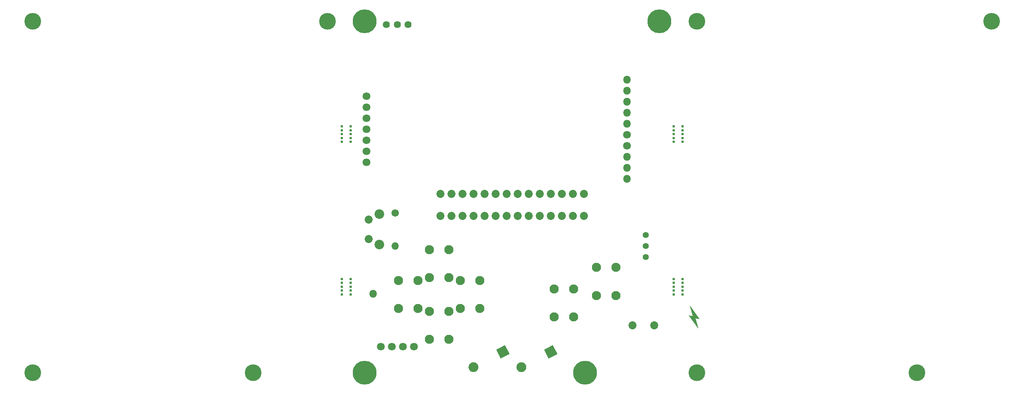
<source format=gbr>
G04 #@! TF.GenerationSoftware,KiCad,Pcbnew,(5.1.9-0-10_14)*
G04 #@! TF.CreationDate,2021-11-21T11:40:05-08:00*
G04 #@! TF.ProjectId,system,73797374-656d-42e6-9b69-6361645f7063,1.0-dev7*
G04 #@! TF.SameCoordinates,Original*
G04 #@! TF.FileFunction,Soldermask,Bot*
G04 #@! TF.FilePolarity,Negative*
%FSLAX46Y46*%
G04 Gerber Fmt 4.6, Leading zero omitted, Abs format (unit mm)*
G04 Created by KiCad (PCBNEW (5.1.9-0-10_14)) date 2021-11-21 11:40:05*
%MOMM*%
%LPD*%
G01*
G04 APERTURE LIST*
%ADD10C,0.100000*%
%ADD11C,0.609600*%
%ADD12O,1.801600X1.801600*%
%ADD13C,1.801600*%
%ADD14C,1.851600*%
%ADD15C,2.101600*%
%ADD16C,3.851600*%
%ADD17C,1.401600*%
%ADD18C,5.501599*%
%ADD19C,5.501600*%
%ADD20C,1.701600*%
%ADD21O,1.701600X1.701600*%
%ADD22C,1.625600*%
%ADD23C,2.201600*%
G04 APERTURE END LIST*
D10*
G36*
X182753000Y-138684000D02*
G01*
X181356000Y-138430000D01*
X180594000Y-135763000D01*
X182753000Y-138684000D01*
G37*
X182753000Y-138684000D02*
X181356000Y-138430000D01*
X180594000Y-135763000D01*
X182753000Y-138684000D01*
G36*
X181737000Y-138176000D02*
G01*
X182499000Y-140843000D01*
X180340000Y-137922000D01*
X181737000Y-138176000D01*
G37*
X181737000Y-138176000D02*
X182499000Y-140843000D01*
X180340000Y-137922000D01*
X181737000Y-138176000D01*
G36*
X182753000Y-138684000D02*
G01*
X181356000Y-138430000D01*
X180594000Y-135763000D01*
X182753000Y-138684000D01*
G37*
X182753000Y-138684000D02*
X181356000Y-138430000D01*
X180594000Y-135763000D01*
X182753000Y-138684000D01*
G36*
X181737000Y-138176000D02*
G01*
X182499000Y-140843000D01*
X180340000Y-137922000D01*
X181737000Y-138176000D01*
G37*
X181737000Y-138176000D02*
X182499000Y-140843000D01*
X180340000Y-137922000D01*
X181737000Y-138176000D01*
D11*
X176879000Y-132207000D03*
X178911000Y-132207000D03*
X176879000Y-130429000D03*
X178911000Y-130429000D03*
X176879000Y-133096000D03*
X176879000Y-131318000D03*
X176879000Y-129540000D03*
X178911000Y-133096000D03*
X178911000Y-129540000D03*
X178911000Y-131318000D03*
X176879000Y-97028000D03*
X178911000Y-97028000D03*
X176879000Y-95250000D03*
X178911000Y-95250000D03*
X176879000Y-97917000D03*
X176879000Y-96139000D03*
X176879000Y-94361000D03*
X178911000Y-97917000D03*
X178911000Y-94361000D03*
X178911000Y-96139000D03*
X102521000Y-95250000D03*
X100489000Y-95250000D03*
X102521000Y-97028000D03*
X100489000Y-97028000D03*
X102521000Y-94361000D03*
X102521000Y-96139000D03*
X102521000Y-97917000D03*
X100489000Y-94361000D03*
X100489000Y-97917000D03*
X100489000Y-96139000D03*
X102521000Y-130429000D03*
X100489000Y-130429000D03*
X102521000Y-132207000D03*
X100489000Y-132207000D03*
X102521000Y-129540000D03*
X102521000Y-131318000D03*
X102521000Y-133096000D03*
X100489000Y-129540000D03*
X100489000Y-133096000D03*
X100489000Y-131318000D03*
D12*
X107696000Y-132969000D03*
X166116000Y-86106000D03*
X166116000Y-101346000D03*
X166116000Y-103886000D03*
X166116000Y-106426000D03*
X166116000Y-83566000D03*
D13*
X166116000Y-98806000D03*
D12*
X166116000Y-88646000D03*
X166116000Y-91186000D03*
X166116000Y-93726000D03*
D13*
X166116000Y-96266000D03*
G36*
G01*
X142851749Y-149328620D02*
X142851749Y-149328620D01*
G75*
G02*
X142362357Y-150880772I-1020772J-531380D01*
G01*
X142362357Y-150880772D01*
G75*
G02*
X140810205Y-150391380I-531380J1020772D01*
G01*
X140810205Y-150391380D01*
G75*
G02*
X141299597Y-148839228I1020772J531380D01*
G01*
X141299597Y-148839228D01*
G75*
G02*
X142851749Y-149328620I531380J-1020772D01*
G01*
G37*
G36*
G01*
X149102848Y-144834384D02*
X150118695Y-146785807D01*
G75*
G02*
X150097092Y-146854324I-45060J-23457D01*
G01*
X148145669Y-147870171D01*
G75*
G02*
X148077152Y-147848568I-23457J45060D01*
G01*
X147061305Y-145897145D01*
G75*
G02*
X147082908Y-145828628I45060J23457D01*
G01*
X149034331Y-144812781D01*
G75*
G02*
X149102848Y-144834384I23457J-45060D01*
G01*
G37*
G36*
G01*
X131830772Y-149328620D02*
X131830772Y-149328620D01*
G75*
G02*
X131341380Y-150880772I-1020772J-531380D01*
G01*
X131341380Y-150880772D01*
G75*
G02*
X129789228Y-150391380I-531380J1020772D01*
G01*
X129789228Y-150391380D01*
G75*
G02*
X130278620Y-148839228I1020772J531380D01*
G01*
X130278620Y-148839228D01*
G75*
G02*
X131830772Y-149328620I531380J-1020772D01*
G01*
G37*
G36*
G01*
X138081871Y-144834384D02*
X139097718Y-146785807D01*
G75*
G02*
X139076115Y-146854324I-45060J-23457D01*
G01*
X137124692Y-147870171D01*
G75*
G02*
X137056175Y-147848568I-23457J45060D01*
G01*
X136040328Y-145897145D01*
G75*
G02*
X136061931Y-145828628I45060J23457D01*
G01*
X138013354Y-144812781D01*
G75*
G02*
X138081871Y-144834384I23457J-45060D01*
G01*
G37*
D14*
X156210000Y-109920000D03*
X153670000Y-109920000D03*
X151130000Y-109920000D03*
X148590000Y-109920000D03*
X146050000Y-109920000D03*
X143510000Y-109920000D03*
X140970000Y-109920000D03*
X138430000Y-109920000D03*
X135890000Y-109920000D03*
X133350000Y-109920000D03*
X130810000Y-109920000D03*
X128270000Y-109920000D03*
X125730000Y-109920000D03*
X123190000Y-109920000D03*
X123190000Y-115000000D03*
X125730000Y-115000000D03*
X128270000Y-115000000D03*
X130810000Y-115000000D03*
X133350000Y-115000000D03*
X135890000Y-115000000D03*
X156210000Y-115000000D03*
X153670000Y-115000000D03*
X151130000Y-115000000D03*
X148590000Y-115000000D03*
X146050000Y-115000000D03*
X143510000Y-115000000D03*
X138430000Y-115000000D03*
X140970000Y-115000000D03*
D13*
X106200000Y-102616000D03*
X106200000Y-100076000D03*
X106200000Y-97536000D03*
X106200000Y-94996000D03*
X106200000Y-92456000D03*
X106200000Y-89916000D03*
X106200000Y-87376000D03*
D15*
X153852000Y-138303000D03*
X149352000Y-138303000D03*
X153852000Y-131803000D03*
X149352000Y-131803000D03*
X163631000Y-133350000D03*
X159131000Y-133350000D03*
X163631000Y-126850000D03*
X159131000Y-126850000D03*
X125186000Y-129234000D03*
X120686000Y-129234000D03*
X125186000Y-122734000D03*
X120686000Y-122734000D03*
X120686000Y-136958000D03*
X125186000Y-136958000D03*
X120686000Y-143458000D03*
X125186000Y-143458000D03*
X118074000Y-136346000D03*
X113574000Y-136346000D03*
X118074000Y-129846000D03*
X113574000Y-129846000D03*
X127798000Y-129846000D03*
X132298000Y-129846000D03*
X127798000Y-136346000D03*
X132298000Y-136346000D03*
D16*
X249999500Y-70104000D03*
X232854500Y-151130000D03*
X182181500Y-70104000D03*
X182181500Y-151130000D03*
D17*
X170434000Y-121920000D03*
X170434000Y-124460000D03*
X170434000Y-119380000D03*
D16*
X97218500Y-70104000D03*
X80073500Y-151130000D03*
X29400500Y-70104000D03*
X29400500Y-151130000D03*
D18*
X105791000Y-151130000D03*
X105791000Y-70104000D03*
X156464000Y-151130000D03*
D19*
X173609000Y-70104000D03*
D14*
X172426000Y-140208000D03*
X167426000Y-140208000D03*
D20*
X112776000Y-114300000D03*
D21*
X112776000Y-121920000D03*
D22*
X110794800Y-70866000D03*
X113284000Y-70866000D03*
X115773200Y-70866000D03*
D23*
X109170000Y-121584000D03*
D14*
X106680000Y-120324000D03*
X106680000Y-115824000D03*
D23*
X109170000Y-114574000D03*
D13*
X114554000Y-145161000D03*
X112014000Y-145161000D03*
X117094000Y-145161000D03*
X109474000Y-145161000D03*
D10*
G36*
X138059490Y-144787636D02*
G01*
X138060189Y-144788400D01*
X138613427Y-145851161D01*
X139122950Y-146829945D01*
X139122099Y-146832642D01*
X137080554Y-147895403D01*
X137078556Y-147895316D01*
X137077857Y-147894552D01*
X136524619Y-146831791D01*
X136015096Y-145853007D01*
X136015119Y-145852934D01*
X136019568Y-145852934D01*
X136528167Y-146829945D01*
X137080481Y-147890931D01*
X139118478Y-146830018D01*
X138609879Y-145853007D01*
X138057565Y-144792021D01*
X136019568Y-145852934D01*
X136015119Y-145852934D01*
X136015947Y-145850310D01*
X138057492Y-144787549D01*
X138059490Y-144787636D01*
G37*
G36*
X149080467Y-144787636D02*
G01*
X149081166Y-144788400D01*
X149634404Y-145851161D01*
X150143927Y-146829945D01*
X150143076Y-146832642D01*
X148101531Y-147895403D01*
X148099533Y-147895316D01*
X148098834Y-147894552D01*
X147545596Y-146831791D01*
X147036073Y-145853007D01*
X147036096Y-145852934D01*
X147040545Y-145852934D01*
X147549144Y-146829945D01*
X148101458Y-147890931D01*
X150139455Y-146830018D01*
X149630856Y-145853007D01*
X149078542Y-144792021D01*
X147040545Y-145852934D01*
X147036096Y-145852934D01*
X147036924Y-145850310D01*
X149078469Y-144787549D01*
X149080467Y-144787636D01*
G37*
M02*

</source>
